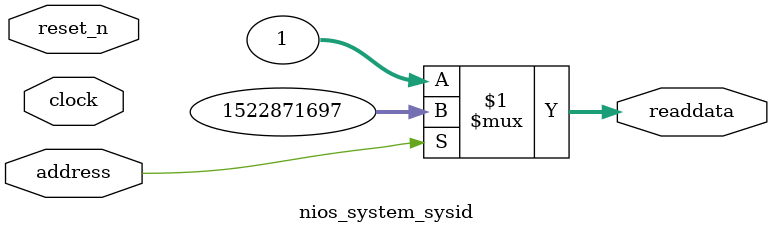
<source format=v>



// synthesis translate_off
`timescale 1ns / 1ps
// synthesis translate_on

// turn off superfluous verilog processor warnings 
// altera message_level Level1 
// altera message_off 10034 10035 10036 10037 10230 10240 10030 

module nios_system_sysid (
               // inputs:
                address,
                clock,
                reset_n,

               // outputs:
                readdata
             )
;

  output  [ 31: 0] readdata;
  input            address;
  input            clock;
  input            reset_n;

  wire    [ 31: 0] readdata;
  //control_slave, which is an e_avalon_slave
  assign readdata = address ? 1522871697 : 1;

endmodule



</source>
